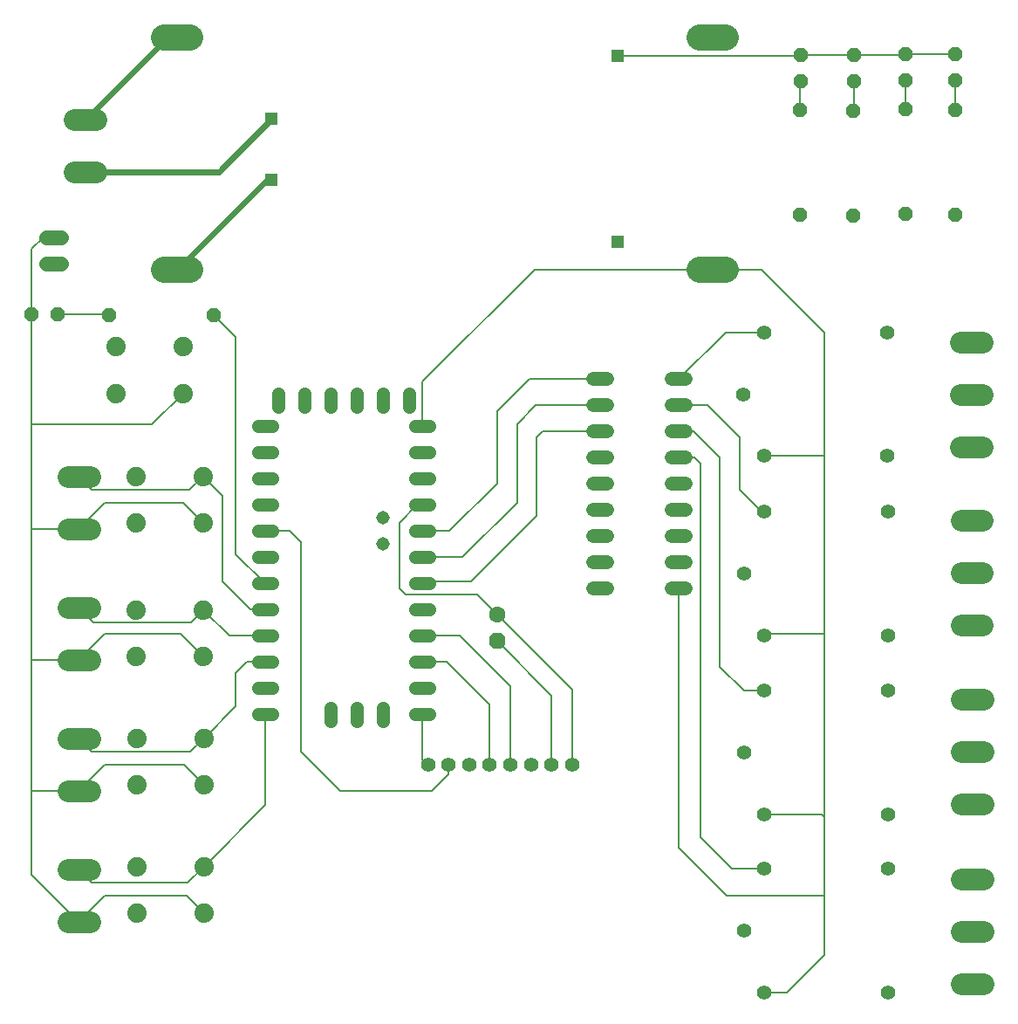
<source format=gbr>
G04 EAGLE Gerber RS-274X export*
G75*
%MOMM*%
%FSLAX34Y34*%
%LPD*%
%INBottom Copper*%
%IPPOS*%
%AMOC8*
5,1,8,0,0,1.08239X$1,22.5*%
G01*
%ADD10P,1.732040X8X292.500000*%
%ADD11C,1.600200*%
%ADD12C,2.540000*%
%ADD13P,1.429621X8X292.500000*%
%ADD14P,1.429621X8X112.500000*%
%ADD15C,1.879600*%
%ADD16C,1.422400*%
%ADD17C,1.308000*%
%ADD18C,1.308000*%
%ADD19R,1.308000X1.308000*%
%ADD20C,1.320800*%
%ADD21P,1.429621X8X202.500000*%
%ADD22P,1.429621X8X22.500000*%
%ADD23C,2.095500*%
%ADD24C,1.422400*%
%ADD25C,1.408000*%
%ADD26C,0.152400*%
%ADD27C,0.609600*%


D10*
X482600Y386715D03*
D11*
X482600Y412115D03*
D12*
X184785Y972312D02*
X159385Y972312D01*
X159385Y747268D02*
X184785Y747268D01*
X678815Y972312D02*
X704215Y972312D01*
X704215Y747268D02*
X678815Y747268D01*
D13*
X777240Y955040D03*
X777240Y929640D03*
X828675Y955040D03*
X828675Y929640D03*
D14*
X776605Y800100D03*
X776605Y901700D03*
X828040Y799465D03*
X828040Y901065D03*
D15*
X196977Y501269D03*
X131953Y501269D03*
X196977Y546481D03*
X131953Y546481D03*
D16*
X555140Y266700D03*
X535140Y266700D03*
X515140Y266700D03*
X495140Y266700D03*
X475140Y266700D03*
X455140Y266700D03*
X435140Y266700D03*
X415140Y266700D03*
D17*
X269875Y613855D02*
X269875Y626935D01*
X295275Y626935D02*
X295275Y613855D01*
X320675Y613855D02*
X320675Y626935D01*
X346075Y626935D02*
X346075Y613855D01*
X371475Y613855D02*
X371475Y626935D01*
X396875Y626935D02*
X396875Y613855D01*
X263715Y594995D02*
X250635Y594995D01*
X250635Y569595D02*
X263715Y569595D01*
X263715Y544195D02*
X250635Y544195D01*
X250635Y518795D02*
X263715Y518795D01*
X263715Y493395D02*
X250635Y493395D01*
X250635Y467995D02*
X263715Y467995D01*
X263715Y442595D02*
X250635Y442595D01*
X250635Y417195D02*
X263715Y417195D01*
X263715Y391795D02*
X250635Y391795D01*
X250635Y366395D02*
X263715Y366395D01*
X263715Y340995D02*
X250635Y340995D01*
X250635Y315595D02*
X263715Y315595D01*
X403035Y594995D02*
X416115Y594995D01*
X416115Y569595D02*
X403035Y569595D01*
X403035Y544195D02*
X416115Y544195D01*
X416115Y518795D02*
X403035Y518795D01*
X403035Y493395D02*
X416115Y493395D01*
X416115Y467995D02*
X403035Y467995D01*
X403035Y442595D02*
X416115Y442595D01*
X416115Y417195D02*
X403035Y417195D01*
X403035Y391795D02*
X416115Y391795D01*
X416115Y366395D02*
X403035Y366395D01*
X403035Y340995D02*
X416115Y340995D01*
X416115Y315595D02*
X403035Y315595D01*
X371475Y322135D02*
X371475Y309055D01*
X346075Y309055D02*
X346075Y322135D01*
X320675Y322135D02*
X320675Y309055D01*
D18*
X371475Y506095D03*
X371475Y480695D03*
D19*
X263300Y834300D03*
X263300Y893300D03*
X599300Y954300D03*
X599300Y774300D03*
D20*
X588899Y640715D02*
X575691Y640715D01*
X575691Y615315D02*
X588899Y615315D01*
X588899Y488315D02*
X575691Y488315D01*
X575691Y462915D02*
X588899Y462915D01*
X588899Y589915D02*
X575691Y589915D01*
X575691Y564515D02*
X588899Y564515D01*
X588899Y513715D02*
X575691Y513715D01*
X575691Y539115D02*
X588899Y539115D01*
X588899Y437515D02*
X575691Y437515D01*
X651891Y437515D02*
X665099Y437515D01*
X665099Y462915D02*
X651891Y462915D01*
X651891Y488315D02*
X665099Y488315D01*
X665099Y513715D02*
X651891Y513715D01*
X651891Y539115D02*
X665099Y539115D01*
X665099Y564515D02*
X651891Y564515D01*
X651891Y589915D02*
X665099Y589915D01*
X665099Y615315D02*
X651891Y615315D01*
X651891Y640715D02*
X665099Y640715D01*
D15*
X196977Y371729D03*
X131953Y371729D03*
X196977Y416941D03*
X131953Y416941D03*
X197612Y247269D03*
X132588Y247269D03*
X197612Y292481D03*
X132588Y292481D03*
X197612Y122809D03*
X132588Y122809D03*
X197612Y168021D03*
X132588Y168021D03*
X177292Y626999D03*
X112268Y626999D03*
X177292Y672211D03*
X112268Y672211D03*
D14*
X878840Y800735D03*
X878840Y902335D03*
X927100Y800100D03*
X927100Y901700D03*
D13*
X878840Y955675D03*
X878840Y930275D03*
X927100Y955675D03*
X927100Y930275D03*
D21*
X207010Y702945D03*
X105410Y702945D03*
D22*
X30480Y703580D03*
X55880Y703580D03*
D23*
X72073Y892810D02*
X93028Y892810D01*
X93028Y842010D02*
X72073Y842010D01*
D24*
X59182Y778510D02*
X44958Y778510D01*
X44958Y753110D02*
X59182Y753110D01*
D25*
X861120Y566180D03*
X741120Y686180D03*
X721120Y626180D03*
X861120Y686180D03*
X741120Y566180D03*
X861755Y392190D03*
X741755Y512190D03*
X721755Y452190D03*
X861755Y512190D03*
X741755Y392190D03*
X861755Y218835D03*
X741755Y338835D03*
X721755Y278835D03*
X861755Y338835D03*
X741755Y218835D03*
X861755Y46115D03*
X741755Y166115D03*
X721755Y106115D03*
X861755Y166115D03*
X741755Y46115D03*
D23*
X931863Y574675D02*
X952818Y574675D01*
X952818Y625475D02*
X931863Y625475D01*
X931863Y676275D02*
X952818Y676275D01*
X953453Y401955D02*
X932498Y401955D01*
X932498Y452755D02*
X953453Y452755D01*
X953453Y503555D02*
X932498Y503555D01*
X933133Y228600D02*
X954088Y228600D01*
X954088Y279400D02*
X933133Y279400D01*
X933133Y330200D02*
X954088Y330200D01*
X954088Y54610D02*
X933133Y54610D01*
X933133Y105410D02*
X954088Y105410D01*
X954088Y156210D02*
X933133Y156210D01*
X86678Y546100D02*
X65723Y546100D01*
X65723Y495300D02*
X86678Y495300D01*
X86678Y419100D02*
X65723Y419100D01*
X65723Y368300D02*
X86678Y368300D01*
X86678Y292100D02*
X65723Y292100D01*
X65723Y241300D02*
X86678Y241300D01*
X86678Y165100D02*
X65723Y165100D01*
X65723Y114300D02*
X86678Y114300D01*
D26*
X409575Y493395D02*
X436245Y493395D01*
X482600Y539750D02*
X482600Y609600D01*
X513715Y640715D01*
X582295Y640715D01*
X482600Y539750D02*
X436245Y493395D01*
X448945Y467995D02*
X409575Y467995D01*
X501650Y520700D02*
X501650Y596900D01*
X520065Y615315D01*
X582295Y615315D01*
X501650Y520700D02*
X448945Y467995D01*
X411480Y444500D02*
X409575Y442595D01*
X411480Y444500D02*
X457200Y444500D01*
X520700Y508000D01*
X520700Y584200D01*
X526415Y589915D01*
X582295Y589915D01*
X776605Y901700D02*
X776605Y929005D01*
X777240Y929640D01*
X828675Y929640D02*
X828675Y901700D01*
X828040Y901065D01*
X878840Y902335D02*
X878840Y930275D01*
X927100Y930275D02*
X927100Y901700D01*
X482600Y386715D02*
X535140Y334175D01*
X535140Y266700D01*
X180721Y139700D02*
X101600Y139700D01*
X180721Y139700D02*
X197612Y122809D01*
X101600Y139700D02*
X76200Y114300D01*
X76200Y241300D02*
X101600Y266700D01*
X178181Y266700D01*
X197612Y247269D01*
X76200Y368300D02*
X101600Y393700D01*
X175006Y393700D01*
X196977Y371729D01*
X76200Y495300D02*
X101600Y520700D01*
X177546Y520700D01*
X196977Y501269D01*
X30480Y160020D02*
X76200Y114300D01*
X30480Y160020D02*
X30480Y241300D01*
X30480Y368300D01*
X30480Y495300D01*
X30480Y596900D01*
X30480Y703580D01*
X30480Y241300D02*
X76200Y241300D01*
X76200Y368300D02*
X30480Y368300D01*
X30480Y495300D02*
X76200Y495300D01*
X52070Y778510D02*
X41910Y778510D01*
X30480Y767080D02*
X30480Y703580D01*
X30480Y767080D02*
X41910Y778510D01*
X177292Y626999D02*
X147193Y596900D01*
X30480Y596900D01*
X599300Y954300D02*
X776500Y954300D01*
X777240Y955040D01*
X828675Y955040D01*
X878205Y955040D01*
X878840Y955675D02*
X927100Y955675D01*
X88900Y533400D02*
X76200Y546100D01*
X88900Y533400D02*
X183896Y533400D01*
X196977Y546481D01*
X215900Y527558D01*
X215900Y444500D01*
X243205Y417195D01*
X257175Y417195D01*
X90043Y405257D02*
X76200Y419100D01*
X185293Y405257D02*
X196977Y416941D01*
X185293Y405257D02*
X90043Y405257D01*
X196977Y416941D02*
X222123Y391795D01*
X257175Y391795D01*
X88900Y279400D02*
X76200Y292100D01*
X88900Y279400D02*
X184531Y279400D01*
X197612Y292481D01*
X228600Y323469D01*
X228600Y355600D01*
X239395Y366395D01*
X257175Y366395D01*
X76200Y165100D02*
X88900Y152400D01*
X181991Y152400D02*
X197612Y168021D01*
X181991Y152400D02*
X88900Y152400D01*
X197612Y168021D02*
X257175Y227584D01*
X257175Y315595D01*
X257175Y442595D02*
X228600Y471170D01*
X228600Y681355D02*
X207010Y702945D01*
X228600Y681355D02*
X228600Y471170D01*
X104775Y703580D02*
X55880Y703580D01*
X104775Y703580D02*
X105410Y702945D01*
X518668Y747268D02*
X691515Y747268D01*
X409575Y638175D02*
X409575Y594995D01*
X409575Y638175D02*
X518668Y747268D01*
X691515Y747268D02*
X738632Y747268D01*
X741755Y46115D02*
X763665Y46115D01*
X800100Y82550D02*
X800100Y139700D01*
X800100Y215900D01*
X800100Y393700D01*
X800100Y565150D01*
X800100Y685800D01*
X800100Y82550D02*
X763665Y46115D01*
X800100Y685800D02*
X738632Y747268D01*
X741755Y218835D02*
X797165Y218835D01*
X800100Y215900D01*
X741755Y392190D02*
X743265Y393700D01*
X800100Y393700D01*
X799070Y566180D02*
X741120Y566180D01*
X799070Y566180D02*
X800100Y565150D01*
X658495Y437515D02*
X658495Y186055D01*
X704850Y139700D02*
X800100Y139700D01*
X704850Y139700D02*
X658495Y186055D01*
D27*
X172085Y747268D02*
X259117Y834300D01*
X263300Y834300D01*
D26*
X482600Y412115D02*
X555140Y339575D01*
X555140Y266700D01*
X409575Y518795D02*
X404495Y518795D01*
X387350Y438150D02*
X393700Y431800D01*
X462915Y431800D02*
X482600Y412115D01*
X387350Y501650D02*
X404495Y518795D01*
X387350Y501650D02*
X387350Y438150D01*
X393700Y431800D02*
X462915Y431800D01*
X281305Y493395D02*
X257175Y493395D01*
X281305Y493395D02*
X292100Y482600D01*
X292100Y279400D01*
X330200Y241300D01*
X419100Y241300D01*
X435140Y257340D01*
X435140Y266700D01*
X409575Y272265D02*
X409575Y315595D01*
X409575Y272265D02*
X415140Y266700D01*
X409575Y366395D02*
X433705Y366395D01*
X475140Y324960D02*
X475140Y266700D01*
X475140Y324960D02*
X433705Y366395D01*
X446405Y391795D02*
X409575Y391795D01*
X446405Y391795D02*
X495300Y342900D01*
X495300Y266860D01*
X495140Y266700D01*
D27*
X82550Y892810D02*
X162052Y972312D01*
X172085Y972312D01*
X212010Y842010D02*
X82550Y842010D01*
X212010Y842010D02*
X263300Y893300D01*
D26*
X658495Y640715D02*
X703960Y686180D01*
X741120Y686180D01*
X686435Y615315D02*
X658495Y615315D01*
X717550Y584200D02*
X717550Y533400D01*
X738760Y512190D01*
X741755Y512190D01*
X717550Y584200D02*
X686435Y615315D01*
X672465Y589915D02*
X658495Y589915D01*
X672465Y589915D02*
X673100Y590550D01*
X698500Y565150D01*
X721615Y338835D02*
X741755Y338835D01*
X698500Y361950D02*
X698500Y565150D01*
X698500Y361950D02*
X721615Y338835D01*
X673735Y564515D02*
X658495Y564515D01*
X673735Y564515D02*
X679450Y558800D01*
X679450Y196850D01*
X710185Y166115D02*
X741755Y166115D01*
X710185Y166115D02*
X679450Y196850D01*
M02*

</source>
